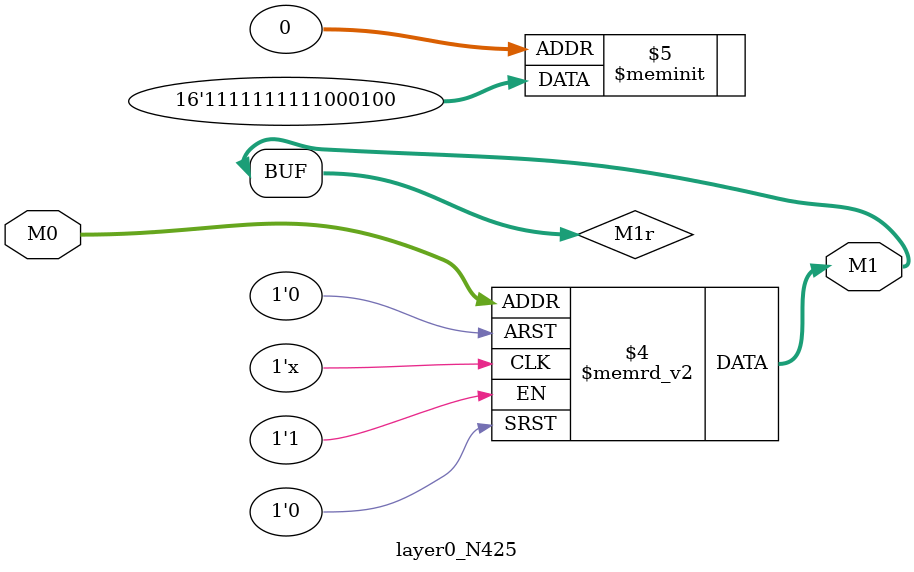
<source format=v>
module layer0_N425 ( input [2:0] M0, output [1:0] M1 );

	(*rom_style = "distributed" *) reg [1:0] M1r;
	assign M1 = M1r;
	always @ (M0) begin
		case (M0)
			3'b000: M1r = 2'b00;
			3'b100: M1r = 2'b11;
			3'b010: M1r = 2'b00;
			3'b110: M1r = 2'b11;
			3'b001: M1r = 2'b01;
			3'b101: M1r = 2'b11;
			3'b011: M1r = 2'b11;
			3'b111: M1r = 2'b11;

		endcase
	end
endmodule

</source>
